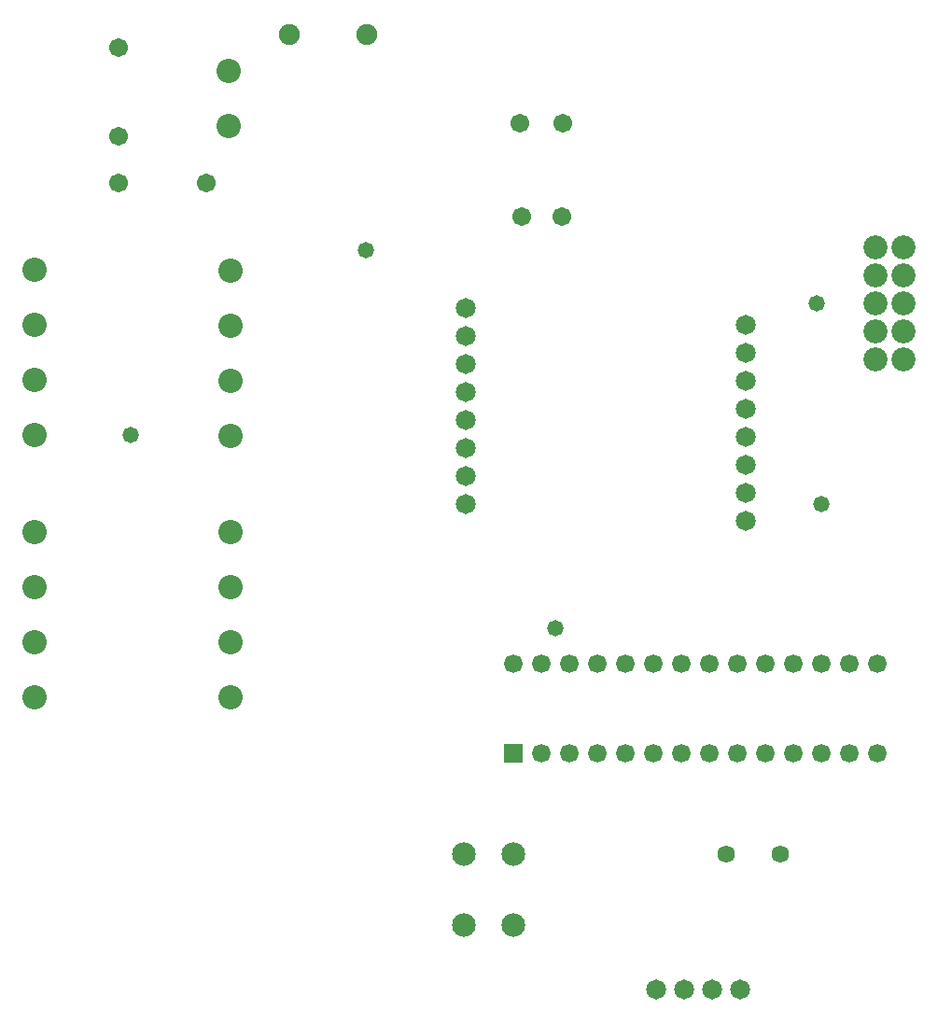
<source format=gts>
G04 Layer_Color=8388736*
%FSLAX44Y44*%
%MOMM*%
G71*
G01*
G75*
%ADD34C,1.9132*%
%ADD35C,1.7032*%
%ADD36C,1.6862*%
%ADD37R,1.6862X1.6862*%
%ADD38C,1.8132*%
%ADD39C,2.1732*%
%ADD40C,1.5832*%
%ADD41C,2.2032*%
%ADD42C,2.1432*%
%ADD43C,1.4732*%
D34*
X601980Y1202690D02*
D03*
X671980D02*
D03*
D35*
X849630Y1037844D02*
D03*
X813054Y1037590D02*
D03*
X850252Y1122540D02*
D03*
X811390D02*
D03*
X526918Y1068070D02*
D03*
X446918D02*
D03*
X447040Y1110620D02*
D03*
Y1190620D02*
D03*
D36*
X805180Y632460D02*
D03*
X830580D02*
D03*
X855980D02*
D03*
X881380D02*
D03*
X906780D02*
D03*
X932180D02*
D03*
X957580D02*
D03*
X982980D02*
D03*
X1008380D02*
D03*
X1033780D02*
D03*
X1059180D02*
D03*
X1084580D02*
D03*
X1109980D02*
D03*
X1135380D02*
D03*
Y551180D02*
D03*
X1109980D02*
D03*
X1084580D02*
D03*
X1059180D02*
D03*
X1033780D02*
D03*
X1008380D02*
D03*
X982980D02*
D03*
X957580D02*
D03*
X932180D02*
D03*
X906780D02*
D03*
X881380D02*
D03*
X855980D02*
D03*
X830580D02*
D03*
D37*
X805180D02*
D03*
D38*
X985520Y336550D02*
D03*
X960120D02*
D03*
X934720D02*
D03*
X1010920D02*
D03*
X1016000Y939800D02*
D03*
Y914400D02*
D03*
Y889000D02*
D03*
Y863600D02*
D03*
Y838200D02*
D03*
Y812800D02*
D03*
Y787400D02*
D03*
Y762000D02*
D03*
X762000Y955040D02*
D03*
Y929640D02*
D03*
Y904240D02*
D03*
Y878840D02*
D03*
Y853440D02*
D03*
Y828040D02*
D03*
Y802640D02*
D03*
Y777240D02*
D03*
D39*
X1134110Y1009650D02*
D03*
X1159510D02*
D03*
X1134110Y984250D02*
D03*
X1159510D02*
D03*
X1134110Y958850D02*
D03*
X1159510D02*
D03*
X1134110Y933450D02*
D03*
X1159510D02*
D03*
X1134110Y908050D02*
D03*
X1159510D02*
D03*
D40*
X998220Y459740D02*
D03*
X1047020D02*
D03*
D41*
X548640Y989000D02*
D03*
Y939000D02*
D03*
Y839000D02*
D03*
Y889000D02*
D03*
X370840Y989800D02*
D03*
Y939800D02*
D03*
Y839800D02*
D03*
Y889800D02*
D03*
X548640Y751840D02*
D03*
Y701840D02*
D03*
Y601840D02*
D03*
Y651840D02*
D03*
X370840Y751840D02*
D03*
Y701840D02*
D03*
Y601840D02*
D03*
Y651840D02*
D03*
X547370Y1170140D02*
D03*
Y1120140D02*
D03*
D42*
X805180Y459740D02*
D03*
Y394740D02*
D03*
X760180Y459740D02*
D03*
Y394740D02*
D03*
D43*
X1084580Y777240D02*
D03*
X843534Y664210D02*
D03*
X458470Y839724D02*
D03*
X671830Y1006856D02*
D03*
X1080516Y958850D02*
D03*
M02*

</source>
